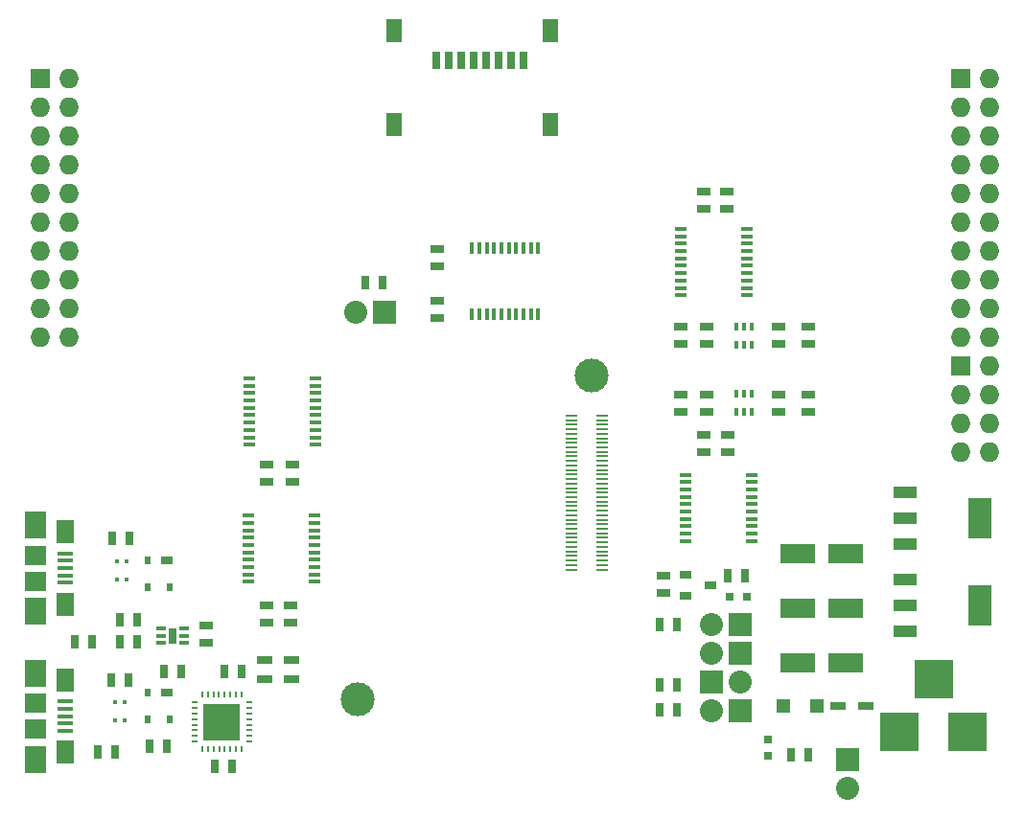
<source format=gbr>
G04 #@! TF.FileFunction,Soldermask,Top*
%FSLAX46Y46*%
G04 Gerber Fmt 4.6, Leading zero omitted, Abs format (unit mm)*
G04 Created by KiCad (PCBNEW (2015-01-17 BZR 5377)-product) date lun 20 abr 2015 12:47:35 ART*
%MOMM*%
G01*
G04 APERTURE LIST*
%ADD10C,0.100000*%
%ADD11R,2.032000X2.032000*%
%ADD12O,2.032000X2.032000*%
%ADD13R,1.143000X0.635000*%
%ADD14R,0.635000X1.143000*%
%ADD15R,3.149600X1.800860*%
%ADD16R,0.797560X0.797560*%
%ADD17R,1.348740X0.650240*%
%ADD18R,1.450000X2.000000*%
%ADD19R,0.800000X1.500000*%
%ADD20R,1.727200X1.727200*%
%ADD21O,1.727200X1.727200*%
%ADD22R,1.000760X0.800100*%
%ADD23R,0.398780X0.797560*%
%ADD24R,0.450000X0.450000*%
%ADD25C,3.000000*%
%ADD26R,1.137920X0.198120*%
%ADD27R,0.899160X0.449580*%
%ADD28R,0.800000X1.400000*%
%ADD29R,0.599440X0.701040*%
%ADD30R,1.000760X0.701040*%
%ADD31R,0.248920X0.599440*%
%ADD32R,0.599440X0.248920*%
%ADD33R,3.299460X3.299460*%
%ADD34R,2.032000X3.657600*%
%ADD35R,2.032000X1.016000*%
%ADD36R,1.198880X1.198880*%
%ADD37R,1.348740X0.398780*%
%ADD38R,1.501140X2.100580*%
%ADD39R,1.899920X2.400300*%
%ADD40R,1.899920X1.800860*%
%ADD41R,1.000000X0.400000*%
%ADD42R,0.400000X1.000000*%
%ADD43R,3.500120X3.500120*%
G04 APERTURE END LIST*
D10*
D11*
X83375500Y-84391500D03*
D12*
X85915500Y-84391500D03*
D13*
X82677000Y-42545000D03*
X82677000Y-41021000D03*
X84709000Y-42545000D03*
X84709000Y-41021000D03*
X82677000Y-64008000D03*
X82677000Y-62484000D03*
X84836000Y-64008000D03*
X84836000Y-62484000D03*
X46228000Y-77597000D03*
X46228000Y-79121000D03*
X44069000Y-77597000D03*
X44069000Y-79121000D03*
X46355000Y-65151000D03*
X46355000Y-66675000D03*
X44069000Y-65151000D03*
X44069000Y-66675000D03*
D14*
X32639000Y-78867000D03*
X31115000Y-78867000D03*
X41910000Y-83439000D03*
X40386000Y-83439000D03*
X39497000Y-91821000D03*
X41021000Y-91821000D03*
X35306000Y-90043000D03*
X33782000Y-90043000D03*
D13*
X59182000Y-47625000D03*
X59182000Y-46101000D03*
X59182000Y-50673000D03*
X59182000Y-52197000D03*
D15*
X90965020Y-82677000D03*
X95216980Y-82677000D03*
X90965020Y-73025000D03*
X95216980Y-73025000D03*
X90965020Y-77851000D03*
X95216980Y-77851000D03*
D16*
X86474300Y-76835000D03*
X84975700Y-76835000D03*
D17*
X43886120Y-82423000D03*
X46283880Y-82423000D03*
X43886120Y-84074000D03*
X46283880Y-84074000D03*
X96956880Y-86487000D03*
X94559120Y-86487000D03*
D16*
X88392000Y-90919300D03*
X88392000Y-89420700D03*
D14*
X32004000Y-71628000D03*
X30480000Y-71628000D03*
X28702000Y-80772000D03*
X27178000Y-80772000D03*
X31877000Y-84201000D03*
X30353000Y-84201000D03*
X30734000Y-90551000D03*
X29210000Y-90551000D03*
D18*
X69130000Y-26787200D03*
X55330000Y-26787200D03*
X69130000Y-35087200D03*
X55330000Y-35087200D03*
D19*
X66730000Y-29387200D03*
X65630000Y-29387200D03*
X64530000Y-29387200D03*
X63430000Y-29387200D03*
X62330000Y-29387200D03*
X61230000Y-29387200D03*
X60130000Y-29387200D03*
X59030000Y-29387200D03*
D11*
X54483000Y-51689000D03*
D12*
X51943000Y-51689000D03*
D20*
X24130000Y-30988000D03*
D21*
X26670000Y-30988000D03*
X24130000Y-33528000D03*
X26670000Y-33528000D03*
X24130000Y-36068000D03*
X26670000Y-36068000D03*
X24130000Y-38608000D03*
X26670000Y-38608000D03*
X24130000Y-41148000D03*
X26670000Y-41148000D03*
X24130000Y-43688000D03*
X26670000Y-43688000D03*
X24130000Y-46228000D03*
X26670000Y-46228000D03*
X24130000Y-48768000D03*
X26670000Y-48768000D03*
X24130000Y-51308000D03*
X26670000Y-51308000D03*
X24130000Y-53848000D03*
X26670000Y-53848000D03*
D20*
X105410000Y-30988000D03*
D21*
X107950000Y-30988000D03*
X105410000Y-33528000D03*
X107950000Y-33528000D03*
X105410000Y-36068000D03*
X107950000Y-36068000D03*
X105410000Y-38608000D03*
X107950000Y-38608000D03*
X105410000Y-41148000D03*
X107950000Y-41148000D03*
X105410000Y-43688000D03*
X107950000Y-43688000D03*
X105410000Y-46228000D03*
X107950000Y-46228000D03*
X105410000Y-48768000D03*
X107950000Y-48768000D03*
X105410000Y-51308000D03*
X107950000Y-51308000D03*
X105410000Y-53848000D03*
X107950000Y-53848000D03*
D22*
X83268820Y-75819000D03*
X81069180Y-76771500D03*
X81069180Y-74866500D03*
D23*
X86880700Y-58892440D03*
X86233000Y-58892440D03*
X85585300Y-58892440D03*
X85585300Y-60487560D03*
X86233000Y-60487560D03*
X86880700Y-60487560D03*
X86880700Y-52923440D03*
X86233000Y-52923440D03*
X85585300Y-52923440D03*
X85585300Y-54518560D03*
X86233000Y-54518560D03*
X86880700Y-54518560D03*
D14*
X80327500Y-86804500D03*
X78803500Y-86804500D03*
X80327500Y-84645500D03*
X78803500Y-84645500D03*
X86360000Y-74930000D03*
X84836000Y-74930000D03*
D13*
X79121000Y-74930000D03*
X79121000Y-76454000D03*
D14*
X78803500Y-79311500D03*
X80327500Y-79311500D03*
D13*
X82931000Y-58928000D03*
X82931000Y-60452000D03*
X89281000Y-60452000D03*
X89281000Y-58928000D03*
X91948000Y-60452000D03*
X91948000Y-58928000D03*
X80645000Y-58928000D03*
X80645000Y-60452000D03*
X82931000Y-52959000D03*
X82931000Y-54483000D03*
X89281000Y-54483000D03*
X89281000Y-52959000D03*
X91948000Y-54483000D03*
X91948000Y-52959000D03*
X80645000Y-52959000D03*
X80645000Y-54483000D03*
D14*
X36576000Y-83439000D03*
X35052000Y-83439000D03*
D13*
X38735000Y-80899000D03*
X38735000Y-79375000D03*
D14*
X32639000Y-80772000D03*
X31115000Y-80772000D03*
X52832000Y-49022000D03*
X54356000Y-49022000D03*
X91948000Y-90805000D03*
X90424000Y-90805000D03*
D11*
X85915500Y-86931500D03*
D12*
X83375500Y-86931500D03*
D11*
X85915500Y-81851500D03*
D12*
X83375500Y-81851500D03*
D11*
X85915500Y-79311500D03*
D12*
X83375500Y-79311500D03*
D24*
X30861000Y-73660000D03*
X30861000Y-75260000D03*
X31711000Y-75260000D03*
X31711000Y-73660000D03*
X30734000Y-86106000D03*
X30734000Y-87706000D03*
X31584000Y-87706000D03*
X31584000Y-86106000D03*
D25*
X72733500Y-57225500D03*
D26*
X73671760Y-60815920D03*
X71035240Y-60815920D03*
X73671760Y-61217240D03*
X71035240Y-61217240D03*
X73671760Y-61616020D03*
X71035240Y-61616020D03*
X73671760Y-62017340D03*
X71035240Y-62017340D03*
X73671760Y-62416120D03*
X71035240Y-62416120D03*
X73671760Y-62817440D03*
X71035240Y-62817440D03*
X73671760Y-63216220D03*
X71035240Y-63216220D03*
X73671760Y-63617540D03*
X71035240Y-63617540D03*
X73671760Y-64016320D03*
X71035240Y-64016320D03*
X73671760Y-64417640D03*
X71035240Y-64417640D03*
X73671760Y-64816420D03*
X71035240Y-64816420D03*
X73671760Y-65217740D03*
X71035240Y-65217740D03*
X73671760Y-65616520D03*
X71035240Y-65616520D03*
X73671760Y-66017840D03*
X71035240Y-66017840D03*
X73671760Y-66416620D03*
X71035240Y-66416620D03*
X73671760Y-66817940D03*
X71035240Y-66817940D03*
X73671760Y-67216720D03*
X71035240Y-67216720D03*
X73671760Y-67615500D03*
X71035240Y-67615500D03*
X73671760Y-68014280D03*
X71035240Y-68014280D03*
X73671760Y-68413060D03*
X71035240Y-68413060D03*
X73671760Y-68814380D03*
X71035240Y-68814380D03*
X73671760Y-69213160D03*
X71035240Y-69213160D03*
X73671760Y-69614480D03*
X71035240Y-69614480D03*
X73671760Y-70013260D03*
X71035240Y-70013260D03*
X73671760Y-70414580D03*
X71035240Y-70414580D03*
X73671760Y-70813360D03*
X71035240Y-70813360D03*
X73671760Y-71214680D03*
X71035240Y-71214680D03*
X73671760Y-71613460D03*
X71035240Y-71613460D03*
X73671760Y-72014780D03*
X71035240Y-72014780D03*
X73671760Y-72413560D03*
X71035240Y-72413560D03*
X73671760Y-72814880D03*
X71035240Y-72814880D03*
X73671760Y-73213660D03*
X71035240Y-73213660D03*
X73671760Y-73614980D03*
X71035240Y-73614980D03*
X73671760Y-74013760D03*
X71035240Y-74013760D03*
X73671760Y-74415080D03*
X71035240Y-74415080D03*
D25*
X52133500Y-85915500D03*
D27*
X36798000Y-80279000D03*
X34798000Y-80279000D03*
X36798000Y-80929000D03*
X34798000Y-80929000D03*
X34798000Y-79629000D03*
X36798000Y-79629000D03*
D28*
X35798000Y-80279000D03*
D29*
X35493960Y-76004420D03*
X33594040Y-76004420D03*
X33594040Y-73604120D03*
D30*
X35293300Y-73604120D03*
D31*
X41879520Y-85486240D03*
X41379140Y-85486240D03*
X40878760Y-85486240D03*
X40378380Y-85486240D03*
X39880540Y-85486240D03*
X39380160Y-85486240D03*
X38879780Y-85486240D03*
X38379400Y-85486240D03*
D32*
X37729160Y-88132920D03*
X37729160Y-88630760D03*
X37729160Y-89131140D03*
X37729160Y-89631520D03*
D33*
X40132000Y-87884000D03*
D32*
X37729160Y-86133940D03*
X37729160Y-86634320D03*
X37729160Y-87134700D03*
X37729160Y-87632540D03*
D31*
X38384480Y-90281760D03*
X38884860Y-90284300D03*
X39382700Y-90284300D03*
X39883080Y-90284300D03*
X40383460Y-90284300D03*
X40883840Y-90284300D03*
X41384220Y-90284300D03*
X41884600Y-90284300D03*
D32*
X42532300Y-89634060D03*
X42532300Y-89133680D03*
X42532300Y-88633300D03*
X42532300Y-88135460D03*
X42532300Y-87635080D03*
X42532300Y-87134700D03*
X42532300Y-86634320D03*
X42532300Y-86133940D03*
D29*
X35493960Y-87688420D03*
X33594040Y-87688420D03*
X33594040Y-85288120D03*
D30*
X35293300Y-85288120D03*
D34*
X107061000Y-69850000D03*
D35*
X100457000Y-69850000D03*
X100457000Y-72136000D03*
X100457000Y-67564000D03*
D34*
X107061000Y-77597000D03*
D35*
X100457000Y-77597000D03*
X100457000Y-79883000D03*
X100457000Y-75311000D03*
D36*
X92636340Y-86487000D03*
X89735660Y-86487000D03*
D37*
X26289000Y-74295000D03*
X26289000Y-73644760D03*
X26289000Y-74945240D03*
X26289000Y-72994520D03*
X26289000Y-75595480D03*
D38*
X26289000Y-71094600D03*
X26289000Y-77495400D03*
D39*
X23639780Y-70495160D03*
X23639780Y-78094840D03*
D40*
X23639780Y-73144380D03*
X23639780Y-75445620D03*
D37*
X26289000Y-87376000D03*
X26289000Y-86725760D03*
X26289000Y-88026240D03*
X26289000Y-86075520D03*
X26289000Y-88676480D03*
D38*
X26289000Y-84175600D03*
X26289000Y-90576400D03*
D39*
X23639780Y-83576160D03*
X23639780Y-91175840D03*
D40*
X23639780Y-86225380D03*
X23639780Y-88526620D03*
D20*
X105410000Y-56388000D03*
D21*
X107950000Y-56388000D03*
X105410000Y-58928000D03*
X107950000Y-58928000D03*
X105410000Y-61468000D03*
X107950000Y-61468000D03*
X105410000Y-64008000D03*
X107950000Y-64008000D03*
D41*
X80666000Y-44319000D03*
X80666000Y-44969000D03*
X80666000Y-45619000D03*
X80666000Y-46269000D03*
X80666000Y-46919000D03*
X80666000Y-47569000D03*
X80666000Y-48219000D03*
X80666000Y-48869000D03*
X80666000Y-49519000D03*
X80666000Y-50169000D03*
X86466000Y-50169000D03*
X86466000Y-49519000D03*
X86466000Y-48869000D03*
X86466000Y-48219000D03*
X86466000Y-47569000D03*
X86466000Y-46919000D03*
X86466000Y-46269000D03*
X86466000Y-45619000D03*
X86466000Y-44969000D03*
X86466000Y-44319000D03*
X81110500Y-66036000D03*
X81110500Y-66686000D03*
X81110500Y-67336000D03*
X81110500Y-67986000D03*
X81110500Y-68636000D03*
X81110500Y-69286000D03*
X81110500Y-69936000D03*
X81110500Y-70586000D03*
X81110500Y-71236000D03*
X81110500Y-71886000D03*
X86910500Y-71886000D03*
X86910500Y-71236000D03*
X86910500Y-70586000D03*
X86910500Y-69936000D03*
X86910500Y-69286000D03*
X86910500Y-68636000D03*
X86910500Y-67986000D03*
X86910500Y-67336000D03*
X86910500Y-66686000D03*
X86910500Y-66036000D03*
X48302500Y-75505500D03*
X48302500Y-74855500D03*
X48302500Y-74205500D03*
X48302500Y-73555500D03*
X48302500Y-72905500D03*
X48302500Y-72255500D03*
X48302500Y-71605500D03*
X48302500Y-70955500D03*
X48302500Y-70305500D03*
X48302500Y-69655500D03*
X42502500Y-69655500D03*
X42502500Y-70305500D03*
X42502500Y-70955500D03*
X42502500Y-71605500D03*
X42502500Y-72255500D03*
X42502500Y-72905500D03*
X42502500Y-73555500D03*
X42502500Y-74205500D03*
X42502500Y-74855500D03*
X42502500Y-75505500D03*
X48366000Y-63377000D03*
X48366000Y-62727000D03*
X48366000Y-62077000D03*
X48366000Y-61427000D03*
X48366000Y-60777000D03*
X48366000Y-60127000D03*
X48366000Y-59477000D03*
X48366000Y-58827000D03*
X48366000Y-58177000D03*
X48366000Y-57527000D03*
X42566000Y-57527000D03*
X42566000Y-58177000D03*
X42566000Y-58827000D03*
X42566000Y-59477000D03*
X42566000Y-60127000D03*
X42566000Y-60777000D03*
X42566000Y-61427000D03*
X42566000Y-62077000D03*
X42566000Y-62727000D03*
X42566000Y-63377000D03*
D42*
X62226000Y-51845800D03*
X62876000Y-51845800D03*
X63526000Y-51845800D03*
X64176000Y-51845800D03*
X64826000Y-51845800D03*
X65476000Y-51845800D03*
X66126000Y-51845800D03*
X66776000Y-51845800D03*
X67426000Y-51845800D03*
X68076000Y-51845800D03*
X68076000Y-46045800D03*
X67426000Y-46045800D03*
X66776000Y-46045800D03*
X66126000Y-46045800D03*
X65476000Y-46045800D03*
X64826000Y-46045800D03*
X64176000Y-46045800D03*
X63526000Y-46045800D03*
X62876000Y-46045800D03*
X62226000Y-46045800D03*
D11*
X95377000Y-91186000D03*
D12*
X95377000Y-93726000D03*
D43*
X99971860Y-88773000D03*
X105971340Y-88773000D03*
X102971600Y-84074000D03*
M02*

</source>
